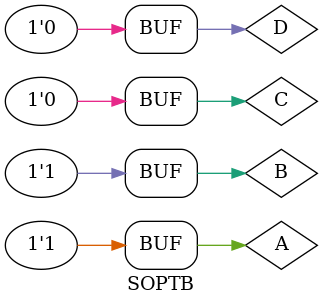
<source format=v>
`timescale 1ns / 1ps


module SOPTB;

	// Inputs
	reg A;
	reg B;
	reg C;
	reg D;

	// Outputs
	wire OUT;

	// Instantiate the Unit Under Test (UUT)
	SOP uut (
		.A(A), 
		.B(B), 
		.C(C), 
		.D(D), 
		.OUT(OUT)
	);

	initial begin
		// Initialize Inputs
		A = 0;B = 0;C = 0;D = 0;#100;
		A = 0;B = 1;C = 0;D = 1;#100;
		A = 0;B = 1;C = 1;D = 0;#100;
		A = 1;B = 1;C = 0;D = 0;#100;
        
		
	end
      
endmodule


</source>
